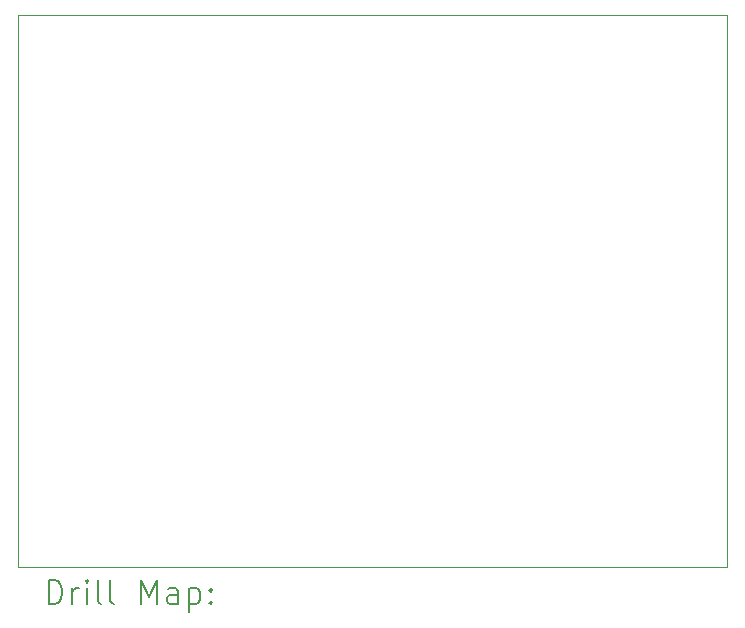
<source format=gbr>
%TF.GenerationSoftware,KiCad,Pcbnew,8.0.9-4-gd7388e2a70*%
%TF.CreationDate,2025-04-15T12:07:21-05:00*%
%TF.ProjectId,test_board,74657374-5f62-46f6-9172-642e6b696361,rev?*%
%TF.SameCoordinates,Original*%
%TF.FileFunction,Drillmap*%
%TF.FilePolarity,Positive*%
%FSLAX45Y45*%
G04 Gerber Fmt 4.5, Leading zero omitted, Abs format (unit mm)*
G04 Created by KiCad (PCBNEW 8.0.9-4-gd7388e2a70) date 2025-04-15 12:07:21*
%MOMM*%
%LPD*%
G01*
G04 APERTURE LIST*
%ADD10C,0.100000*%
%ADD11C,0.200000*%
G04 APERTURE END LIST*
D10*
X11512000Y-4140000D02*
X17510000Y-4140000D01*
X17510000Y-8807000D01*
X11512000Y-8807000D01*
X11512000Y-4140000D01*
D11*
X11767777Y-9123484D02*
X11767777Y-8923484D01*
X11767777Y-8923484D02*
X11815396Y-8923484D01*
X11815396Y-8923484D02*
X11843967Y-8933008D01*
X11843967Y-8933008D02*
X11863015Y-8952055D01*
X11863015Y-8952055D02*
X11872539Y-8971103D01*
X11872539Y-8971103D02*
X11882062Y-9009198D01*
X11882062Y-9009198D02*
X11882062Y-9037770D01*
X11882062Y-9037770D02*
X11872539Y-9075865D01*
X11872539Y-9075865D02*
X11863015Y-9094912D01*
X11863015Y-9094912D02*
X11843967Y-9113960D01*
X11843967Y-9113960D02*
X11815396Y-9123484D01*
X11815396Y-9123484D02*
X11767777Y-9123484D01*
X11967777Y-9123484D02*
X11967777Y-8990150D01*
X11967777Y-9028246D02*
X11977301Y-9009198D01*
X11977301Y-9009198D02*
X11986824Y-8999674D01*
X11986824Y-8999674D02*
X12005872Y-8990150D01*
X12005872Y-8990150D02*
X12024920Y-8990150D01*
X12091586Y-9123484D02*
X12091586Y-8990150D01*
X12091586Y-8923484D02*
X12082062Y-8933008D01*
X12082062Y-8933008D02*
X12091586Y-8942531D01*
X12091586Y-8942531D02*
X12101110Y-8933008D01*
X12101110Y-8933008D02*
X12091586Y-8923484D01*
X12091586Y-8923484D02*
X12091586Y-8942531D01*
X12215396Y-9123484D02*
X12196348Y-9113960D01*
X12196348Y-9113960D02*
X12186824Y-9094912D01*
X12186824Y-9094912D02*
X12186824Y-8923484D01*
X12320158Y-9123484D02*
X12301110Y-9113960D01*
X12301110Y-9113960D02*
X12291586Y-9094912D01*
X12291586Y-9094912D02*
X12291586Y-8923484D01*
X12548729Y-9123484D02*
X12548729Y-8923484D01*
X12548729Y-8923484D02*
X12615396Y-9066341D01*
X12615396Y-9066341D02*
X12682062Y-8923484D01*
X12682062Y-8923484D02*
X12682062Y-9123484D01*
X12863015Y-9123484D02*
X12863015Y-9018722D01*
X12863015Y-9018722D02*
X12853491Y-8999674D01*
X12853491Y-8999674D02*
X12834443Y-8990150D01*
X12834443Y-8990150D02*
X12796348Y-8990150D01*
X12796348Y-8990150D02*
X12777301Y-8999674D01*
X12863015Y-9113960D02*
X12843967Y-9123484D01*
X12843967Y-9123484D02*
X12796348Y-9123484D01*
X12796348Y-9123484D02*
X12777301Y-9113960D01*
X12777301Y-9113960D02*
X12767777Y-9094912D01*
X12767777Y-9094912D02*
X12767777Y-9075865D01*
X12767777Y-9075865D02*
X12777301Y-9056817D01*
X12777301Y-9056817D02*
X12796348Y-9047293D01*
X12796348Y-9047293D02*
X12843967Y-9047293D01*
X12843967Y-9047293D02*
X12863015Y-9037770D01*
X12958253Y-8990150D02*
X12958253Y-9190150D01*
X12958253Y-8999674D02*
X12977301Y-8990150D01*
X12977301Y-8990150D02*
X13015396Y-8990150D01*
X13015396Y-8990150D02*
X13034443Y-8999674D01*
X13034443Y-8999674D02*
X13043967Y-9009198D01*
X13043967Y-9009198D02*
X13053491Y-9028246D01*
X13053491Y-9028246D02*
X13053491Y-9085389D01*
X13053491Y-9085389D02*
X13043967Y-9104436D01*
X13043967Y-9104436D02*
X13034443Y-9113960D01*
X13034443Y-9113960D02*
X13015396Y-9123484D01*
X13015396Y-9123484D02*
X12977301Y-9123484D01*
X12977301Y-9123484D02*
X12958253Y-9113960D01*
X13139205Y-9104436D02*
X13148729Y-9113960D01*
X13148729Y-9113960D02*
X13139205Y-9123484D01*
X13139205Y-9123484D02*
X13129682Y-9113960D01*
X13129682Y-9113960D02*
X13139205Y-9104436D01*
X13139205Y-9104436D02*
X13139205Y-9123484D01*
X13139205Y-8999674D02*
X13148729Y-9009198D01*
X13148729Y-9009198D02*
X13139205Y-9018722D01*
X13139205Y-9018722D02*
X13129682Y-9009198D01*
X13129682Y-9009198D02*
X13139205Y-8999674D01*
X13139205Y-8999674D02*
X13139205Y-9018722D01*
M02*

</source>
